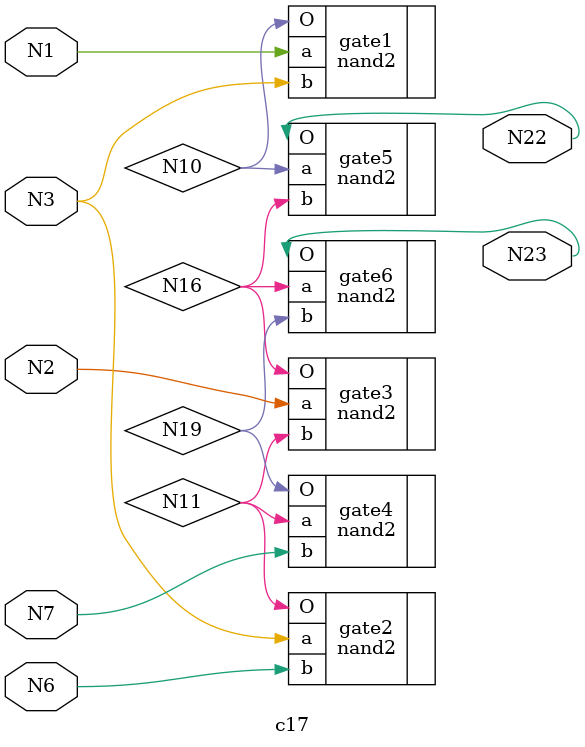
<source format=v>

module c17 (N1,N2,N3,N6,N7,N22,N23);
input N1,N2,N3,N6,N7;
output N22,N23;
wire N10,N11,N16,N19;

nand2 gate1( .a(N1), .b(N3), .O(N10) );
nand2 gate2( .a(N3), .b(N6), .O(N11) );
nand2 gate3( .a(N2), .b(N11), .O(N16) );
nand2 gate4( .a(N11), .b(N7), .O(N19) );
nand2 gate5( .a(N10), .b(N16), .O(N22) );
nand2 gate6( .a(N16), .b(N19), .O(N23) );

endmodule

</source>
